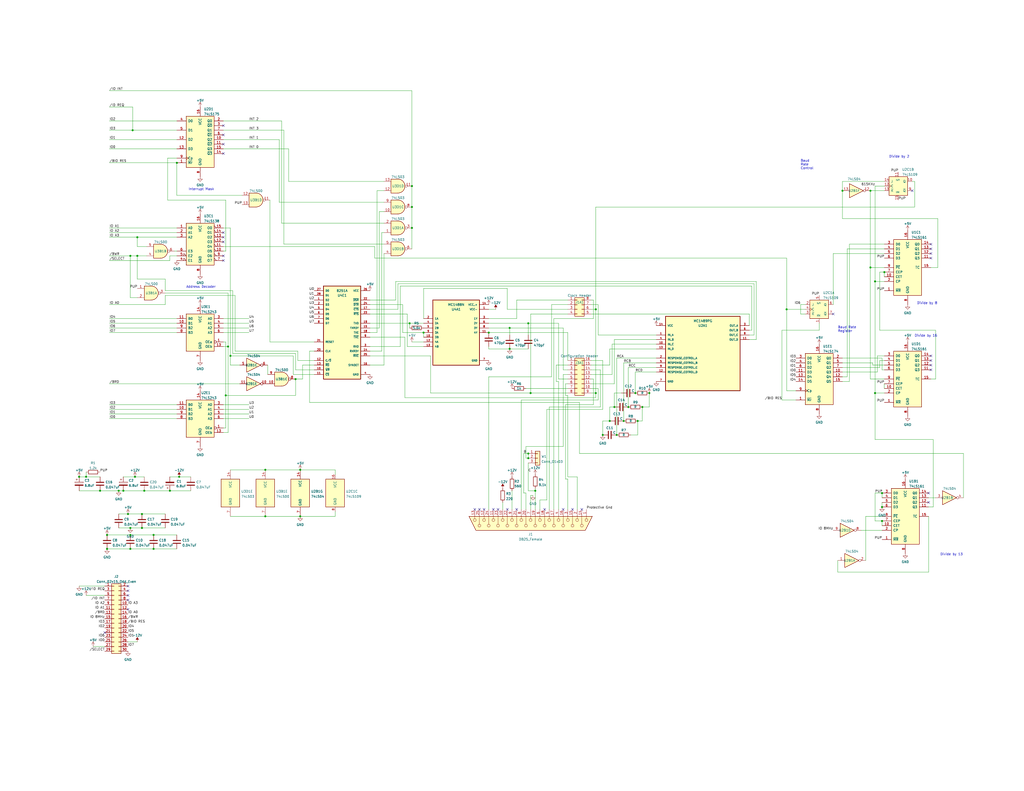
<source format=kicad_sch>
(kicad_sch (version 20211123) (generator eeschema)
  (paper "C")
  (junction (at 74.93 139.7))
  (junction (at 144.78 256.54))
  (junction (at 477.52 214.63))
  (junction (at 481.33 276.86))
  (junction (at 54.61 267.97))
  (junction (at 429.26 168.91))
  (junction (at 77.47 280.67))
  (junction (at 354.33 214.63))
  (junction (at 71.12 288.29))
  (junction (at 71.12 299.72))
  (junction (at 482.6 148.59))
  (junction (at 83.82 292.1))
  (junction (at 346.71 214.63))
  (junction (at 163.83 256.54))
  (junction (at 58.42 292.1))
  (junction (at 474.98 146.05))
  (junction (at 332.74 229.87))
  (junction (at 123.19 215.9))
  (junction (at 481.33 269.24))
  (junction (at 224.79 124.46))
  (junction (at 459.74 104.14))
  (junction (at 92.71 267.97))
  (junction (at 350.52 222.25))
  (junction (at 67.31 267.97))
  (junction (at 231.14 181.61))
  (junction (at 340.36 229.87))
  (junction (at 58.42 299.72))
  (junction (at 77.47 288.29))
  (junction (at 96.52 88.9))
  (junction (at 161.29 207.01))
  (junction (at 125.73 194.31))
  (junction (at 224.79 101.6))
  (junction (at 43.18 260.35))
  (junction (at 474.98 104.14))
  (junction (at 288.29 247.65))
  (junction (at 144.78 281.94))
  (junction (at 481.33 284.48))
  (junction (at 163.83 281.94))
  (junction (at 325.12 168.91))
  (junction (at 224.79 113.03))
  (junction (at 74.93 129.54))
  (junction (at 72.39 71.12))
  (junction (at 64.77 267.97))
  (junction (at 278.13 190.5))
  (junction (at 289.56 214.63))
  (junction (at 477.52 153.67))
  (junction (at 325.12 214.63))
  (junction (at 288.29 176.53))
  (junction (at 73.66 260.35))
  (junction (at 71.12 292.1))
  (junction (at 347.98 229.87))
  (junction (at 336.55 237.49))
  (junction (at 97.79 260.35))
  (junction (at 292.1 267.97))
  (junction (at 328.93 237.49))
  (junction (at 288.29 250.19))
  (junction (at 71.12 139.7))
  (junction (at 223.52 176.53))
  (junction (at 83.82 299.72))
  (junction (at 335.28 222.25))
  (junction (at 124.46 189.23))
  (junction (at 266.7 181.61))
  (junction (at 69.85 280.67))
  (junction (at 342.9 222.25))
  (junction (at 78.74 267.97))
  (junction (at 278.13 179.07))
  (junction (at 46.99 260.35))
  (no_connect (at 121.92 83.82))
  (no_connect (at 508 194.31))
  (no_connect (at 508 199.39))
  (no_connect (at 508 196.85))
  (no_connect (at 508 201.93))
  (no_connect (at 454.66 171.45))
  (no_connect (at 508 140.97))
  (no_connect (at 508 133.35))
  (no_connect (at 508 135.89))
  (no_connect (at 508 138.43))
  (no_connect (at 497.84 104.14))
  (no_connect (at 506.73 274.32))
  (no_connect (at 506.73 269.24))
  (no_connect (at 121.92 78.74))
  (no_connect (at 121.92 132.08))
  (no_connect (at 121.92 129.54))
  (no_connect (at 121.92 127))
  (no_connect (at 121.92 142.24))
  (no_connect (at 121.92 139.7))
  (no_connect (at 121.92 73.66))
  (no_connect (at 121.92 68.58))
  (no_connect (at 69.85 320.04))
  (no_connect (at 69.85 322.58))
  (no_connect (at 69.85 325.12))
  (no_connect (at 69.85 327.66))
  (no_connect (at 69.85 332.74))
  (no_connect (at 57.15 345.44))
  (no_connect (at 297.18 278.13))
  (no_connect (at 276.86 278.13))
  (no_connect (at 312.42 278.13))
  (no_connect (at 307.34 278.13))
  (no_connect (at 317.5 278.13))
  (no_connect (at 259.08 278.13))
  (no_connect (at 264.16 278.13))
  (no_connect (at 269.24 278.13))
  (no_connect (at 261.62 278.13))
  (no_connect (at 271.78 278.13))
  (no_connect (at 281.94 278.13))
  (wire (pts (xy 285.75 247.65) (xy 285.75 269.24)))
  (wire (pts (xy 153.67 66.04) (xy 121.92 66.04)))
  (wire (pts (xy 204.47 140.97) (xy 429.26 140.97)))
  (wire (pts (xy 222.25 189.23) (xy 231.14 189.23)))
  (wire (pts (xy 429.26 140.97) (xy 429.26 168.91)))
  (wire (pts (xy 482.6 148.59) (xy 480.06 148.59)))
  (wire (pts (xy 121.92 228.6) (xy 135.89 228.6)))
  (wire (pts (xy 328.93 196.85) (xy 328.93 223.52)))
  (wire (pts (xy 224.79 113.03) (xy 224.79 124.46)))
  (wire (pts (xy 426.72 218.44) (xy 426.72 180.34)))
  (wire (pts (xy 201.93 176.53) (xy 223.52 176.53)))
  (wire (pts (xy 59.69 179.07) (xy 96.52 179.07)))
  (wire (pts (xy 288.29 247.65) (xy 285.75 247.65)))
  (wire (pts (xy 209.55 127) (xy 208.28 127)))
  (wire (pts (xy 220.98 184.15) (xy 220.98 217.17)))
  (wire (pts (xy 288.29 176.53) (xy 304.8 176.53)))
  (wire (pts (xy 342.9 222.25) (xy 342.9 200.66)))
  (wire (pts (xy 278.13 179.07) (xy 278.13 182.88)))
  (wire (pts (xy 152.4 76.2) (xy 121.92 76.2)))
  (wire (pts (xy 162.56 191.77) (xy 128.27 191.77)))
  (wire (pts (xy 97.79 260.35) (xy 104.14 260.35)))
  (wire (pts (xy 292.1 267.97) (xy 292.1 278.13)))
  (wire (pts (xy 307.34 243.84) (xy 307.34 204.47)))
  (wire (pts (xy 59.69 139.7) (xy 71.12 139.7)))
  (wire (pts (xy 162.56 196.85) (xy 162.56 191.77)))
  (wire (pts (xy 73.66 260.35) (xy 78.74 260.35)))
  (wire (pts (xy 201.93 171.45) (xy 222.25 171.45)))
  (wire (pts (xy 304.8 207.01) (xy 309.88 207.01)))
  (wire (pts (xy 43.18 267.97) (xy 54.61 267.97)))
  (wire (pts (xy 74.93 129.54) (xy 74.93 134.62)))
  (wire (pts (xy 477.52 153.67) (xy 482.6 153.67)))
  (wire (pts (xy 274.32 274.32) (xy 274.32 278.13)))
  (wire (pts (xy 124.46 236.22) (xy 121.92 236.22)))
  (wire (pts (xy 124.46 189.23) (xy 124.46 236.22)))
  (wire (pts (xy 59.69 176.53) (xy 96.52 176.53)))
  (wire (pts (xy 59.69 226.06) (xy 96.52 226.06)))
  (wire (pts (xy 323.85 220.98) (xy 323.85 207.01)))
  (wire (pts (xy 325.12 214.63) (xy 325.12 168.91)))
  (wire (pts (xy 209.55 138.43) (xy 209.55 199.39)))
  (wire (pts (xy 478.79 194.31) (xy 482.6 194.31)))
  (wire (pts (xy 289.56 270.51) (xy 289.56 278.13)))
  (wire (pts (xy 67.31 267.97) (xy 78.74 267.97)))
  (wire (pts (xy 209.55 115.57) (xy 207.01 115.57)))
  (wire (pts (xy 335.28 214.63) (xy 335.28 222.25)))
  (wire (pts (xy 332.74 199.39) (xy 322.58 199.39)))
  (wire (pts (xy 160.02 194.31) (xy 125.73 194.31)))
  (wire (pts (xy 121.92 71.12) (xy 154.94 71.12)))
  (wire (pts (xy 339.09 214.63) (xy 335.28 214.63)))
  (wire (pts (xy 308.61 215.9) (xy 309.88 215.9)))
  (wire (pts (xy 92.71 139.7) (xy 92.71 142.24)))
  (wire (pts (xy 347.98 237.49) (xy 347.98 229.87)))
  (wire (pts (xy 499.11 113.03) (xy 499.11 99.06)))
  (wire (pts (xy 121.92 186.69) (xy 123.19 186.69)))
  (wire (pts (xy 304.8 208.28) (xy 304.8 278.13)))
  (wire (pts (xy 340.36 229.87) (xy 340.36 198.12)))
  (wire (pts (xy 358.14 190.5) (xy 332.74 190.5)))
  (wire (pts (xy 124.46 160.02) (xy 90.17 160.02)))
  (wire (pts (xy 171.45 196.85) (xy 162.56 196.85)))
  (wire (pts (xy 323.85 173.99) (xy 302.26 173.99)))
  (wire (pts (xy 127 158.75) (xy 90.17 158.75)))
  (wire (pts (xy 335.28 209.55) (xy 335.28 185.42)))
  (wire (pts (xy 457.2 312.42) (xy 457.2 306.07)))
  (wire (pts (xy 478.79 194.31) (xy 478.79 203.2)))
  (wire (pts (xy 163.83 256.54) (xy 182.88 256.54)))
  (wire (pts (xy 231.14 157.48) (xy 231.14 173.99)))
  (wire (pts (xy 67.31 260.35) (xy 73.66 260.35)))
  (wire (pts (xy 462.28 135.89) (xy 462.28 205.74)))
  (wire (pts (xy 125.73 281.94) (xy 144.78 281.94)))
  (wire (pts (xy 340.36 198.12) (xy 358.14 198.12)))
  (wire (pts (xy 182.88 256.54) (xy 182.88 259.08)))
  (wire (pts (xy 459.74 203.2) (xy 478.79 203.2)))
  (wire (pts (xy 347.98 229.87) (xy 350.52 229.87)))
  (wire (pts (xy 346.71 203.2) (xy 346.71 214.63)))
  (wire (pts (xy 327.66 222.25) (xy 299.72 222.25)))
  (wire (pts (xy 125.73 256.54) (xy 144.78 256.54)))
  (wire (pts (xy 288.29 267.97) (xy 288.29 252.73)))
  (wire (pts (xy 481.33 269.24) (xy 481.33 271.78)))
  (wire (pts (xy 412.75 185.42) (xy 408.94 185.42)))
  (wire (pts (xy 323.85 163.83) (xy 323.85 173.99)))
  (wire (pts (xy 307.34 204.47) (xy 309.88 204.47)))
  (wire (pts (xy 224.79 101.6) (xy 224.79 49.53)))
  (wire (pts (xy 429.26 213.36) (xy 429.26 168.91)))
  (wire (pts (xy 157.48 81.28) (xy 157.48 99.06)))
  (wire (pts (xy 96.52 88.9) (xy 59.69 88.9)))
  (wire (pts (xy 408.94 177.8) (xy 408.94 171.45)))
  (wire (pts (xy 208.28 191.77) (xy 201.93 191.77)))
  (wire (pts (xy 350.52 222.25) (xy 350.52 229.87)))
  (wire (pts (xy 64.77 267.97) (xy 67.31 267.97)))
  (wire (pts (xy 124.46 189.23) (xy 124.46 160.02)))
  (wire (pts (xy 326.39 166.37) (xy 322.58 166.37)))
  (wire (pts (xy 182.88 281.94) (xy 182.88 279.4)))
  (wire (pts (xy 506.73 281.94) (xy 506.73 312.42)))
  (wire (pts (xy 307.34 179.07) (xy 307.34 201.93)))
  (wire (pts (xy 481.33 274.32) (xy 481.33 276.86)))
  (wire (pts (xy 80.01 139.7) (xy 74.93 139.7)))
  (wire (pts (xy 309.88 215.9) (xy 309.88 260.35)))
  (wire (pts (xy 96.52 139.7) (xy 92.71 139.7)))
  (wire (pts (xy 209.55 104.14) (xy 205.74 104.14)))
  (wire (pts (xy 215.9 163.83) (xy 215.9 153.67)))
  (wire (pts (xy 59.69 209.55) (xy 130.81 209.55)))
  (wire (pts (xy 322.58 214.63) (xy 325.12 214.63)))
  (wire (pts (xy 234.95 214.63) (xy 289.56 214.63)))
  (wire (pts (xy 459.74 200.66) (xy 480.06 200.66)))
  (wire (pts (xy 54.61 267.97) (xy 64.77 267.97)))
  (wire (pts (xy 266.7 168.91) (xy 270.51 168.91)))
  (wire (pts (xy 92.71 260.35) (xy 97.79 260.35)))
  (wire (pts (xy 309.88 168.91) (xy 276.86 168.91)))
  (wire (pts (xy 276.86 168.91) (xy 276.86 157.48)))
  (wire (pts (xy 309.88 214.63) (xy 289.56 214.63)))
  (wire (pts (xy 204.47 134.62) (xy 204.47 140.97)))
  (wire (pts (xy 127 193.04) (xy 127 158.75)))
  (wire (pts (xy 223.52 176.53) (xy 223.52 179.07)))
  (wire (pts (xy 96.52 129.54) (xy 74.93 129.54)))
  (wire (pts (xy 152.4 110.49) (xy 152.4 76.2)))
  (wire (pts (xy 287.02 243.84) (xy 307.34 243.84)))
  (wire (pts (xy 459.74 208.28) (xy 463.55 208.28)))
  (wire (pts (xy 308.61 220.98) (xy 323.85 220.98)))
  (wire (pts (xy 217.17 168.91) (xy 201.93 168.91)))
  (wire (pts (xy 287.02 269.24) (xy 287.02 278.13)))
  (wire (pts (xy 477.52 284.48) (xy 481.33 284.48)))
  (wire (pts (xy 266.7 278.13) (xy 266.7 205.74)))
  (wire (pts (xy 308.61 209.55) (xy 308.61 215.9)))
  (wire (pts (xy 95.25 137.16) (xy 96.52 137.16)))
  (wire (pts (xy 336.55 237.49) (xy 336.55 195.58)))
  (wire (pts (xy 266.7 179.07) (xy 278.13 179.07)))
  (wire (pts (xy 71.12 292.1) (xy 83.82 292.1)))
  (wire (pts (xy 96.52 86.36) (xy 91.44 86.36)))
  (wire (pts (xy 434.34 218.44) (xy 426.72 218.44)))
  (wire (pts (xy 153.67 121.92) (xy 153.67 66.04)))
  (wire (pts (xy 125.73 194.31) (xy 125.73 199.39)))
  (wire (pts (xy 463.55 133.35) (xy 482.6 133.35)))
  (wire (pts (xy 219.71 181.61) (xy 219.71 166.37)))
  (wire (pts (xy 123.19 109.22) (xy 123.19 137.16)))
  (wire (pts (xy 218.44 189.23) (xy 201.93 189.23)))
  (wire (pts (xy 209.55 199.39) (xy 201.93 199.39)))
  (wire (pts (xy 231.14 181.61) (xy 231.14 184.15)))
  (wire (pts (xy 224.79 101.6) (xy 224.79 113.03)))
  (wire (pts (xy 328.93 229.87) (xy 328.93 237.49)))
  (wire (pts (xy 266.7 176.53) (xy 288.29 176.53)))
  (wire (pts (xy 474.98 104.14) (xy 474.98 146.05)))
  (wire (pts (xy 154.94 71.12) (xy 154.94 133.35)))
  (wire (pts (xy 46.99 325.12) (xy 57.15 325.12)))
  (wire (pts (xy 316.23 219.71) (xy 316.23 247.65)))
  (wire (pts (xy 482.6 135.89) (xy 462.28 135.89)))
  (wire (pts (xy 276.86 157.48) (xy 231.14 157.48)))
  (wire (pts (xy 474.98 146.05) (xy 482.6 146.05)))
  (wire (pts (xy 161.29 193.04) (xy 127 193.04)))
  (wire (pts (xy 59.69 124.46) (xy 96.52 124.46)))
  (wire (pts (xy 123.19 215.9) (xy 123.19 233.68)))
  (wire (pts (xy 506.73 312.42) (xy 457.2 312.42)))
  (wire (pts (xy 482.6 209.55) (xy 482.6 212.09)))
  (wire (pts (xy 436.88 171.45) (xy 436.88 166.37)))
  (wire (pts (xy 477.52 101.6) (xy 482.6 101.6)))
  (wire (pts (xy 410.21 156.21) (xy 218.44 156.21)))
  (wire (pts (xy 304.8 208.28) (xy 303.53 208.28)))
  (wire (pts (xy 323.85 163.83) (xy 322.58 163.83)))
  (wire (pts (xy 326.39 212.09) (xy 326.39 218.44)))
  (wire (pts (xy 459.74 119.38) (xy 459.74 104.14)))
  (wire (pts (xy 309.88 278.13) (xy 309.88 261.62)))
  (wire (pts (xy 59.69 166.37) (xy 90.17 166.37)))
  (wire (pts (xy 322.58 209.55) (xy 335.28 209.55)))
  (wire (pts (xy 123.19 186.69) (xy 123.19 215.9)))
  (wire (pts (xy 509.27 240.03) (xy 509.27 276.86)))
  (wire (pts (xy 426.72 180.34) (xy 447.04 180.34)))
  (wire (pts (xy 121.92 189.23) (xy 124.46 189.23)))
  (wire (pts (xy 77.47 288.29) (xy 90.17 288.29)))
  (wire (pts (xy 294.64 273.05) (xy 294.64 278.13)))
  (wire (pts (xy 511.81 146.05) (xy 511.81 119.38)))
  (wire (pts (xy 59.69 129.54) (xy 74.93 129.54)))
  (wire (pts (xy 83.82 299.72) (xy 96.52 299.72)))
  (wire (pts (xy 201.93 166.37) (xy 219.71 166.37)))
  (wire (pts (xy 481.33 201.93) (xy 482.6 201.93)))
  (wire (pts (xy 231.14 176.53) (xy 223.52 176.53)))
  (wire (pts (xy 308.61 261.62) (xy 308.61 220.98)))
  (wire (pts (xy 316.23 247.65) (xy 525.78 247.65)))
  (wire (pts (xy 325.12 217.17) (xy 325.12 214.63)))
  (wire (pts (xy 481.33 284.48) (xy 481.33 287.02)))
  (wire (pts (xy 482.6 196.85) (xy 480.06 196.85)))
  (wire (pts (xy 219.71 181.61) (xy 231.14 181.61)))
  (wire (pts (xy 59.69 173.99) (xy 96.52 173.99)))
  (wire (pts (xy 59.69 58.42) (xy 72.39 58.42)))
  (wire (pts (xy 43.18 320.04) (xy 57.15 320.04)))
  (wire (pts (xy 472.44 281.94) (xy 472.44 306.07)))
  (wire (pts (xy 71.12 139.7) (xy 71.12 162.56)))
  (wire (pts (xy 481.33 195.58) (xy 481.33 201.93)))
  (wire (pts (xy 358.14 203.2) (xy 346.71 203.2)))
  (wire (pts (xy 121.92 173.99) (xy 135.89 173.99)))
  (wire (pts (xy 146.05 199.39) (xy 146.05 204.47)))
  (wire (pts (xy 285.75 269.24) (xy 287.02 269.24)))
  (wire (pts (xy 78.74 267.97) (xy 92.71 267.97)))
  (wire (pts (xy 287.02 250.19) (xy 287.02 243.84)))
  (wire (pts (xy 434.34 213.36) (xy 429.26 213.36)))
  (wire (pts (xy 59.69 127) (xy 96.52 127)))
  (wire (pts (xy 350.52 222.25) (xy 354.33 222.25)))
  (wire (pts (xy 144.78 281.94) (xy 163.83 281.94)))
  (wire (pts (xy 459.74 195.58) (xy 481.33 195.58)))
  (wire (pts (xy 429.26 168.91) (xy 439.42 168.91)))
  (wire (pts (xy 354.33 222.25) (xy 354.33 214.63)))
  (wire (pts (xy 508 146.05) (xy 511.81 146.05)))
  (wire (pts (xy 71.12 162.56) (xy 74.93 162.56)))
  (wire (pts (xy 224.79 124.46) (xy 224.79 135.89)))
  (wire (pts (xy 447.04 180.34) (xy 447.04 176.53)))
  (wire (pts (xy 322.58 212.09) (xy 326.39 212.09)))
  (wire (pts (xy 499.11 99.06) (xy 497.84 99.06)))
  (wire (pts (xy 525.78 271.78) (xy 525.78 247.65)))
  (wire (pts (xy 59.69 66.04) (xy 96.52 66.04)))
  (wire (pts (xy 482.6 199.39) (xy 476.25 199.39)))
  (wire (pts (xy 266.7 190.5) (xy 266.7 189.23)))
  (wire (pts (xy 299.72 222.25) (xy 299.72 278.13)))
  (wire (pts (xy 74.93 134.62) (xy 80.01 134.62)))
  (wire (pts (xy 289.56 214.63) (xy 289.56 171.45)))
  (wire (pts (xy 168.91 219.71) (xy 316.23 219.71)))
  (wire (pts (xy 482.6 138.43) (xy 454.66 138.43)))
  (wire (pts (xy 474.98 207.01) (xy 474.98 146.05)))
  (wire (pts (xy 279.4 267.97) (xy 279.4 278.13)))
  (wire (pts (xy 510.54 207.01) (xy 508 207.01)))
  (wire (pts (xy 234.95 194.31) (xy 234.95 214.63)))
  (wire (pts (xy 287.02 212.09) (xy 309.88 212.09)))
  (wire (pts (xy 168.91 191.77) (xy 168.91 219.71)))
  (wire (pts (xy 459.74 104.14) (xy 459.74 99.06)))
  (wire (pts (xy 480.06 148.59) (xy 480.06 180.34)))
  (wire (pts (xy 408.94 182.88) (xy 411.48 182.88)))
  (wire (pts (xy 477.52 269.24) (xy 477.52 284.48)))
  (wire (pts (xy 165.1 199.39) (xy 165.1 207.01)))
  (wire (pts (xy 469.9 289.56) (xy 481.33 289.56)))
  (wire (pts (xy 59.69 81.28) (xy 96.52 81.28)))
  (wire (pts (xy 64.77 280.67) (xy 69.85 280.67)))
  (wire (pts (xy 58.42 299.72) (xy 71.12 299.72)))
  (wire (pts (xy 121.92 179.07) (xy 135.89 179.07)))
  (wire (pts (xy 477.52 214.63) (xy 477.52 240.03)))
  (wire (pts (xy 298.45 273.05) (xy 294.64 273.05)))
  (wire (pts (xy 480.06 180.34) (xy 510.54 180.34)))
  (wire (pts (xy 91.44 109.22) (xy 123.19 109.22)))
  (wire (pts (xy 334.01 204.47) (xy 322.58 204.47)))
  (wire (pts (xy 71.12 299.72) (xy 83.82 299.72)))
  (wire (pts (xy 509.27 276.86) (xy 506.73 276.86)))
  (wire (pts (xy 332.74 190.5) (xy 332.74 199.39)))
  (wire (pts (xy 309.88 261.62) (xy 308.61 261.62)))
  (wire (pts (xy 408.94 171.45) (xy 322.58 171.45)))
  (wire (pts (xy 163.83 281.94) (xy 182.88 281.94)))
  (wire (pts (xy 125.73 124.46) (xy 125.73 194.31)))
  (wire (pts (xy 481.33 281.94) (xy 472.44 281.94)))
  (wire (pts (xy 482.6 214.63) (xy 477.52 214.63)))
  (wire (pts (xy 481.33 269.24) (xy 477.52 269.24)))
  (wire (pts (xy 59.69 228.6) (xy 96.52 228.6)))
  (wire (pts (xy 90.17 152.4) (xy 74.93 152.4)))
  (wire (pts (xy 309.88 209.55) (xy 308.61 209.55)))
  (wire (pts (xy 300.99 205.74) (xy 300.99 166.37)))
  (wire (pts (xy 125.73 199.39) (xy 130.81 199.39)))
  (wire (pts (xy 322.58 201.93) (xy 327.66 201.93)))
  (wire (pts (xy 454.66 138.43) (xy 454.66 166.37)))
  (wire (pts (xy 121.92 134.62) (xy 204.47 134.62)))
  (wire (pts (xy 121.92 81.28) (xy 157.48 81.28)))
  (wire (pts (xy 58.42 292.1) (xy 71.12 292.1)))
  (wire (pts (xy 123.19 137.16) (xy 121.92 137.16)))
  (wire (pts (xy 209.55 110.49) (xy 152.4 110.49)))
  (wire (pts (xy 59.69 223.52) (xy 96.52 223.52)))
  (wire (pts (xy 160.02 204.47) (xy 160.02 194.31)))
  (wire (pts (xy 154.94 133.35) (xy 209.55 133.35)))
  (wire (pts (xy 298.45 223.52) (xy 298.45 273.05)))
  (wire (pts (xy 69.85 350.52) (xy 74.93 350.52)))
  (wire (pts (xy 303.53 208.28) (xy 303.53 199.39)))
  (wire (pts (xy 220.98 217.17) (xy 325.12 217.17)))
  (wire (pts (xy 314.96 260.35) (xy 314.96 278.13)))
  (wire (pts (xy 328.93 223.52) (xy 298.45 223.52)))
  (wire (pts (xy 342.9 200.66) (xy 358.14 200.66)))
  (wire (pts (xy 77.47 280.67) (xy 90.17 280.67)))
  (wire (pts (xy 304.8 176.53) (xy 304.8 207.01)))
  (wire (pts (xy 325.12 168.91) (xy 325.12 113.03)))
  (wire (pts (xy 59.69 220.98) (xy 96.52 220.98)))
  (wire (pts (xy 300.99 166.37) (xy 309.88 166.37)))
  (wire (pts (xy 59.69 71.12) (xy 72.39 71.12)))
  (wire (pts (xy 325.12 113.03) (xy 499.11 113.03)))
  (wire (pts (xy 322.58 196.85) (xy 328.93 196.85)))
  (wire (pts (xy 171.45 204.47) (xy 160.02 204.47)))
  (wire (pts (xy 477.52 214.63) (xy 477.52 153.67)))
  (wire (pts (xy 121.92 223.52) (xy 135.89 223.52)))
  (wire (pts (xy 83.82 292.1) (xy 96.52 292.1)))
  (wire (pts (xy 327.66 201.93) (xy 327.66 222.25)))
  (wire (pts (xy 288.29 250.19) (xy 287.02 250.19)))
  (wire (pts (xy 90.17 158.75) (xy 90.17 152.4)))
  (wire (pts (xy 303.53 199.39) (xy 309.88 199.39)))
  (wire (pts (xy 326.39 182.88) (xy 326.39 166.37)))
  (wire (pts (xy 123.19 233.68) (xy 121.92 233.68)))
  (wire (pts (xy 462.28 205.74) (xy 459.74 205.74)))
  (wire (pts (xy 411.48 154.94) (xy 217.17 154.94)))
  (wire (pts (xy 215.9 153.67) (xy 412.75 153.67)))
  (wire (pts (xy 171.45 186.69) (xy 147.32 186.69)))
  (wire (pts (xy 358.14 182.88) (xy 326.39 182.88)))
  (wire (pts (xy 335.28 222.25) (xy 332.74 222.25)))
  (wire (pts (xy 128.27 161.29) (xy 90.17 161.29)))
  (wire (pts (xy 292.1 267.97) (xy 288.29 267.97)))
  (wire (pts (xy 323.85 207.01) (xy 322.58 207.01)))
  (wire (pts (xy 209.55 121.92) (xy 153.67 121.92)))
  (wire (pts (xy 278.13 179.07) (xy 307.34 179.07)))
  (wire (pts (xy 284.48 218.44) (xy 284.48 278.13)))
  (wire (pts (xy 278.13 190.5) (xy 266.7 190.5)))
  (wire (pts (xy 307.34 201.93) (xy 309.88 201.93)))
  (wire (pts (xy 477.52 240.03) (xy 509.27 240.03)))
  (wire (pts (xy 132.08 106.68) (xy 96.52 106.68)))
  (wire (pts (xy 224.79 186.69) (xy 231.14 186.69)))
  (wire (pts (xy 46.99 260.35) (xy 54.61 260.35)))
  (wire (pts (xy 482.6 148.59) (xy 482.6 151.13)))
  (wire (pts (xy 224.79 49.53) (xy 59.69 49.53)))
  (wire (pts (xy 412.75 153.67) (xy 412.75 185.42)))
  (wire (pts (xy 309.88 181.61) (xy 309.88 196.85)))
  (wire (pts (xy 335.28 185.42) (xy 358.14 185.42)))
  (wire (pts (xy 217.17 154.94) (xy 217.17 168.91)))
  (wire (pts (xy 171.45 199.39) (xy 165.1 199.39)))
  (wire (pts (xy 302.26 278.13) (xy 302.26 173.99)))
  (wire (pts (xy 144.78 256.54) (xy 163.83 256.54)))
  (wire (pts (xy 50.8 353.06) (xy 57.15 353.06)))
  (wire (pts (xy 59.69 142.24) (xy 92.71 142.24)))
  (wire (pts (xy 463.55 208.28) (xy 463.55 133.35)))
  (wire (pts (xy 128.27 191.77) (xy 128.27 161.29)))
  (wire (pts (xy 74.93 152.4) (xy 74.93 139.7)))
  (wire (pts (xy 205.74 104.14) (xy 205.74 181.61)))
  (wire (pts (xy 208.28 127) (xy 208.28 191.77)))
  (wire (pts (xy 205.74 181.61) (xy 201.93 181.61)))
  (wire (pts (xy 408.94 180.34) (xy 410.21 180.34)))
  (wire (pts (xy 121.92 176.53) (xy 135.89 176.53)))
  (wire (pts (xy 332.74 229.87) (xy 328.93 229.87)))
  (wire (pts (xy 161.29 215.9) (xy 123.19 215.9)))
  (wire (pts (xy 46.99 257.81) (xy 46.99 260.35)))
  (wire (pts (xy 96.52 106.68) (xy 96.52 88.9)))
  (wire (pts (xy 309.88 260.35) (xy 314.96 260.35)))
  (wire (pts (xy 436.88 166.37) (xy 439.42 166.37)))
  (wire (pts (xy 171.45 191.77) (xy 168.91 191.77)))
  (wire (pts (xy 207.01 179.07) (xy 201.93 179.07)))
  (wire (pts (xy 476.25 199.39) (xy 476.25 198.12)))
  (wire (pts (xy 289.56 171.45) (xy 309.88 171.45)))
  (wire (pts (xy 69.85 280.67) (xy 77.47 280.67)))
  (wire (pts (xy 480.06 196.85) (xy 480.06 200.66)))
  (wire (pts (xy 477.52 153.67) (xy 477.52 101.6)))
  (wire (pts (xy 336.55 195.58) (xy 358.14 195.58)))
  (wire (pts (xy 43.18 260.35) (xy 46.99 260.35)))
  (wire (pts (xy 147.32 186.69) (xy 147.32 109.22)))
  (wire (pts (xy 121.92 181.61) (xy 135.89 181.61)))
  (wire (pts (xy 266.7 173.99) (xy 281.94 173.99)))
  (wire (pts (xy 161.29 201.93) (xy 161.29 193.04)))
  (wire (pts (xy 292.1 266.7) (xy 292.1 267.97)))
  (wire (pts (xy 439.42 171.45) (xy 436.88 171.45)))
  (wire (pts (xy 334.01 187.96) (xy 334.01 204.47)))
  (wire (pts (xy 344.17 237.49) (xy 347.98 237.49)))
  (wire (pts (xy 201.93 184.15) (xy 220.98 184.15)))
  (wire (pts (xy 165.1 207.01) (xy 161.29 207.01)))
  (wire (pts (xy 121.92 220.98) (xy 135.89 220.98)))
  (wire (pts (xy 207.01 115.57) (xy 207.01 179.07)))
  (wire (pts (xy 358.14 187.96) (xy 334.01 187.96)))
  (wire (pts (xy 91.44 86.36) (xy 91.44 109.22)))
  (wire (pts (xy 459.74 198.12) (xy 476.25 198.12)))
  (wire (pts (xy 222.25 171.45) (xy 222.25 189.23)))
  (wire (pts (xy 121.92 124.46) (xy 125.73 124.46)))
  (wire (pts (xy 410.21 180.34) (xy 410.21 156.21)))
  (wire (pts (xy 459.74 99.06) (xy 482.6 99.06)))
  (wire (pts (xy 506.73 271.78) (xy 510.54 271.78)))
  (wire (pts (xy 171.45 201.93) (xy 161.29 201.93)))
  (wire (pts (xy 325.12 168.91) (xy 322.58 168.91)))
  (wire (pts (xy 290.83 270.51) (xy 289.56 270.51)))
  (wire (pts (xy 281.94 173.99) (xy 281.94 163.83)))
  (wire (pts (xy 411.48 182.88) (xy 411.48 154.94)))
  (wire (pts (xy 74.93 139.7) (xy 71.12 139.7)))
  (wire (pts (xy 92.71 267.97) (xy 104.14 267.97)))
  (wire (pts (xy 332.74 222.25) (xy 332.74 229.87)))
  (wire (pts (xy 510.54 180.34) (xy 510.54 207.01)))
  (wire (pts (xy 281.94 163.83) (xy 309.88 163.83)))
  (wire (pts (xy 278.13 190.5) (xy 288.29 190.5)))
  (wire (pts (xy 72.39 58.42) (xy 72.39 71.12)))
  (wire (pts (xy 90.17 161.29) (xy 90.17 166.37)))
  (wire (pts (xy 288.29 247.65) (xy 288.29 250.19)))
  (wire (pts (xy 121.92 226.06) (xy 135.89 226.06)))
  (wire (pts (xy 209.55 99.06) (xy 157.48 99.06)))
  (wire (pts (xy 326.39 218.44) (xy 284.48 218.44)))
  (wire (pts (xy 201.93 194.31) (xy 234.95 194.31)))
  (wire (pts (xy 511.81 119.38) (xy 459.74 119.38)))
  (wire (pts (xy 72.39 71.12) (xy 96.52 71.12)))
  (wire (pts (xy 161.29 207.01) (xy 161.29 215.9)))
  (wire (pts (xy 201.93 163.83) (xy 215.9 163.83)))
  (wire (pts (xy 59.69 76.2) (xy 96.52 76.2)))
  (wire (pts (xy 482.6 207.01) (xy 474.98 207.01)))
  (wire (pts (xy 266.7 205.74) (xy 300.99 205.74)))
  (wire (pts (xy 71.12 288.29) (xy 77.47 288.29)))
  (wire (pts (xy 59.69 181.61) (xy 96.52 181.61)))
  (wire (pts (xy 474.98 104.14) (xy 482.6 104.14)))
  (wire (pts (xy 266.7 181.61) (xy 309.88 181.61)))
  (wire (pts (xy 218.44 156.21) (xy 218.44 189.23)))
  (wire (pts (xy 288.29 176.53) (xy 288.29 182.88)))
  (wire (pts (xy 64.77 288.29) (xy 71.12 288.29)))
  (text "Divide by 16" (at 499.11 184.15 0) (effects (font (size 1.27 1.27)) (justify left bottom)))
  (text "Interrupt Mask" (at 102.87 104.14 0) (effects (font (size 1.27 1.27)) (justify left bottom)))
  (text "Divide by 13" (at 513.08 303.53 0) (effects (font (size 1.27 1.27)) (justify left bottom)))
  (text "Address Decoder" (at 101.6 157.48 0) (effects (font (size 1.27 1.27)) (justify left bottom)))
  (text "Baud\nRate\nControl" (at 436.88 92.71 0) (effects (font (size 1.27 1.27)) (justify left bottom)))
  (text "Baud Rate\nRegister" (at 457.2 181.61 0) (effects (font (size 1.27 1.27)) (justify left bottom)))
  (text "Divide by 8" (at 500.38 166.37 0) (effects (font (size 1.27 1.27)) (justify left bottom)))
  (text "Divide by 2" (at 485.14 86.36 0) (effects (font (size 1.27 1.27)) (justify left bottom)))
  (label "{slash}ID REQ" (at 59.69 58.42 0))
  (label "IO1" (at 69.85 347.98 0))
  (label "IO2" (at 59.69 223.52 0))
  (label "IO6" (at 57.15 347.98 180))
  (label "{slash}BWR" (at 69.85 337.82 0))
  (label "C" (at 288.29 257.81 0))
  (label "{slash}IO INT" (at 57.15 327.66 180))
  (label "IO7" (at 69.85 353.06 0))
  (label "PUP" (at 482.6 140.97 180))
  (label "{slash}BIO RES" (at 59.69 88.9 0))
  (label "IO0" (at 57.15 350.52 180))
  (label "RCB" (at 340.36 198.12 0))
  (label "U5" (at 135.89 176.53 0))
  (label "U6" (at 171.45 173.99 180))
  (label "RCA" (at 336.55 195.58 0))
  (label "U1" (at 135.89 226.06 0))
  (label "RCC" (at 342.9 200.66 0))
  (label "U3" (at 135.89 220.98 0))
  (label "IO A0" (at 59.69 166.37 0))
  (label "INT 3" (at 135.89 71.12 0))
  (label "IO7" (at 59.69 181.61 0))
  (label "{slash}SELECT" (at 57.15 355.6 180))
  (label "IO3" (at 57.15 340.36 180))
  (label "PUP" (at 54.61 257.81 0))
  (label "Protective Gnd" (at 320.04 278.13 0))
  (label "RCD" (at 346.71 203.2 0))
  (label "U2" (at 171.45 163.83 180))
  (label "IO A0" (at 69.85 335.28 0))
  (label "IO0" (at 434.34 203.2 180))
  (label "IO6" (at 436.88 166.37 180))
  (label "IO0" (at 59.69 228.6 0))
  (label "IO A2" (at 57.15 330.2 180))
  (label "IO5" (at 434.34 205.74 180))
  (label "U3" (at 171.45 166.37 180))
  (label "{slash}SELECT" (at 59.69 142.24 0))
  (label "INT 2" (at 135.89 66.04 0))
  (label "PUP" (at 482.6 209.55 180))
  (label "IO0" (at 59.69 81.28 0))
  (label "IO1" (at 59.69 226.06 0))
  (label "U6" (at 135.89 179.07 0))
  (label "U0" (at 135.89 228.6 0))
  (label "U4" (at 135.89 173.99 0))
  (label "PUP" (at 481.33 294.64 180))
  (label "U4" (at 171.45 168.91 180))
  (label "IO6" (at 59.69 179.07 0))
  (label "INT 1" (at 135.89 76.2 0))
  (label "IO A3" (at 69.85 330.2 0))
  (label "{slash}BWR" (at 59.69 139.7 0))
  (label "U1" (at 171.45 161.29 180))
  (label "U7" (at 171.45 176.53 180))
  (label "IO A1" (at 59.69 124.46 0))
  (label "PUP" (at 74.93 157.48 180))
  (label "615KHz" (at 477.52 101.6 180))
  (label "IO 8MHz" (at 454.66 289.56 180))
  (label "IO 8MHz" (at 57.15 337.82 180))
  (label "IO A1" (at 57.15 332.74 180))
  (label "IO4" (at 434.34 208.28 180))
  (label "B" (at 285.75 247.65 0))
  (label "U0" (at 171.45 158.75 180))
  (label "IO5" (at 59.69 176.53 0))
  (label "PUP" (at 482.6 219.71 180))
  (label "IO A2" (at 59.69 127 0))
  (label "PUP" (at 477.52 269.24 0))
  (label "IO2" (at 434.34 198.12 180))
  (label "U5" (at 171.45 171.45 180))
  (label "IO4" (at 59.69 173.99 0))
  (label "{slash}BRD" (at 59.69 209.55 0))
  (label "PUP" (at 490.22 109.22 0))
  (label "IO1" (at 434.34 200.66 180))
  (label "{slash}ID REQ" (at 57.15 322.58 180))
  (label "PUP" (at 132.08 111.76 180))
  (label "PUP" (at 447.04 161.29 180))
  (label "U2" (at 135.89 223.52 0))
  (label "{slash}BRD" (at 57.15 335.28 180))
  (label "PUP" (at 482.6 158.75 180))
  (label "IO3" (at 59.69 71.12 0))
  (label "IO4" (at 69.85 342.9 0))
  (label "IO5" (at 69.85 345.44 0))
  (label "IO1" (at 59.69 76.2 0))
  (label "{slash}IO INT" (at 59.69 49.53 0))
  (label "PUP" (at 490.22 93.98 180))
  (label "{slash}BIO RES" (at 69.85 340.36 0))
  (label "{slash}BIO RES" (at 426.72 218.44 180))
  (label "IO3" (at 59.69 220.98 0))
  (label "U7" (at 135.89 181.61 0))
  (label "IO A3" (at 59.69 129.54 0))
  (label "IO2" (at 59.69 66.04 0))
  (label "IO2" (at 57.15 342.9 180))
  (label "INT 0" (at 135.89 81.28 0))
  (label "IO3" (at 434.34 195.58 180))
  (symbol (lib_id "74xx:74LS161") (at 494.03 281.94 0) (unit 1)
    (property "Reference" "U1B1" (at 496.0494 262.7335 0) (effects (justify left)))
    (property "Value" "74LS161" (at 496.0494 265.5086 0) (effects (justify left)))
    (property "Footprint" "Package_DIP:DIP-16_W7.62mm" (effects hide))
    (property "Datasheet" "http://www.ti.com/lit/gpn/sn74LS161" (effects hide))
  )
  (symbol (lib_id "Device:R") (at 350.52 214.63 90) (unit 1)
    (property "Reference" "R10" (at 350.52 212.09 90))
    (property "Value" "R" (at 350.52 214.63 90))
    (property "Footprint" "Resistor_THT:R_Axial_DIN0207_L6.3mm_D2.5mm_P15.24mm_Horizontal" (effects hide))
  )
  (symbol (lib_id "Device:C") (at 64.77 284.48 0) (unit 1)
    (property "Reference" "C9" (at 67.691 283.5715 0) (effects (justify left)))
    (property "Value" "0.047uF" (at 67.691 286.3466 0) (effects (justify left)))
    (property "Footprint" "Capacitor_THT:C_Disc_D7.5mm_W2.5mm_P5.00mm" (effects hide))
  )
  (symbol (lib_id "74xx:74LS00") (at 153.67 207.01 0) (unit 3)
    (property "Reference" "U3B1" (at 153.67 207.01 0))
    (property "Value" "74LS00" (at 153.67 202.0086 0))
    (property "Footprint" "Package_DIP:DIP-14_W7.62mm" (effects hide))
    (property "Datasheet" "http://www.ti.com/lit/gpn/sn74ls00" (effects hide))
  )
  (symbol (lib_id "74xx:74LS04") (at 138.43 199.39 0) (unit 3)
    (property "Reference" "U2B1" (at 137.16 199.39 0))
    (property "Value" "74LS04" (at 138.43 194.3886 0))
    (property "Footprint" "Package_DIP:DIP-14_W7.62mm" (effects hide))
    (property "Datasheet" "http://www.ti.com/lit/gpn/sn74LS04" (effects hide))
  )
  (symbol (lib_id "power:+5V") (at 109.22 213.36 0) (unit 1)
    (property "Reference" "#PWR0115" (effects hide))
    (property "Value" "+5V" (at 109.22 209.7555 0))
  )
  (symbol (lib_id "Device:C") (at 58.42 295.91 0) (unit 1)
    (property "Reference" "C8" (at 61.341 295.0015 0) (effects (justify left)))
    (property "Value" "0.047uF" (at 61.341 297.7766 0) (effects (justify left)))
    (property "Footprint" "Capacitor_THT:C_Disc_D7.5mm_W2.5mm_P5.00mm" (effects hide))
  )
  (symbol (lib_id "Device:C_Polarized") (at 92.71 264.16 0) (mirror x) (unit 1)
    (property "Reference" "C1" (at 99.06 262.89 0) (effects (justify right)))
    (property "Value" "6.8uF" (at 101.6 265.43 0) (effects (justify right)))
    (property "Footprint" "Capacitor_THT:CP_Radial_D5.0mm_P2.50mm" (effects hide))
  )
  (symbol (lib_id "power:+12V") (at 46.99 325.12 0) (unit 1)
    (property "Reference" "#PWR0141" (effects hide))
    (property "Value" "+12V" (at 46.99 321.5155 0))
  )
  (symbol (lib_id "74xx:74LS04") (at 462.28 289.56 0) (unit 4)
    (property "Reference" "U2B1" (at 461.01 289.56 0))
    (property "Value" "74LS04" (at 462.28 284.5586 0))
    (property "Footprint" "Package_DIP:DIP-14_W7.62mm" (effects hide))
    (property "Datasheet" "http://www.ti.com/lit/gpn/sn74LS04" (effects hide))
  )
  (symbol (lib_id "Device:C") (at 339.09 222.25 90) (unit 1)
    (property "Reference" "C14" (at 339.09 218.44 90))
    (property "Value" "C" (at 341.63 220.98 90))
    (property "Footprint" "Capacitor_THT:C_Disc_D7.5mm_W2.5mm_P5.00mm" (effects hide))
  )
  (symbol (lib_id "Device:C") (at 78.74 264.16 0) (unit 1)
    (property "Reference" "C20" (at 81.661 263.2515 0) (effects (justify left)))
    (property "Value" "0.047uF" (at 81.661 266.0266 0) (effects (justify left)))
    (property "Footprint" "Capacitor_THT:C_Disc_D7.5mm_W2.5mm_P5.00mm" (effects hide))
  )
  (symbol (lib_id "74xx:74LS174") (at 447.04 205.74 0) (unit 1)
    (property "Reference" "U1E1" (at 449.0594 189.0735 0) (effects (justify left)))
    (property "Value" "74LS174" (at 449.0594 191.8486 0) (effects (justify left)))
    (property "Footprint" "Package_DIP:DIP-16_W7.62mm" (effects hide))
    (property "Datasheet" "http://www.ti.com/lit/gpn/sn74LS174" (effects hide))
  )
  (symbol (lib_id "Device:R") (at 344.17 229.87 90) (unit 1)
    (property "Reference" "R8" (at 344.17 227.33 90))
    (property "Value" "R" (at 344.17 229.87 90))
    (property "Footprint" "Resistor_THT:R_Axial_DIN0207_L6.3mm_D2.5mm_P15.24mm_Horizontal" (effects hide))
  )
  (symbol (lib_id "74xx:74LS138") (at 109.22 132.08 0) (unit 1)
    (property "Reference" "U3C1" (at 111.2394 117.9535 0) (effects (justify left)))
    (property "Value" "74LS138" (at 111.2394 120.7286 0) (effects (justify left)))
    (property "Footprint" "Package_DIP:DIP-16_W7.62mm" (effects hide))
    (property "Datasheet" "http://www.ti.com/lit/gpn/sn74LS138" (effects hide))
  )
  (symbol (lib_id "74xx:74LS03") (at 217.17 124.46 0) (mirror x) (unit 1)
    (property "Reference" "U3D1" (at 217.17 124.46 0))
    (property "Value" "74LS03" (at 217.17 119.4586 0))
    (property "Footprint" "Package_DIP:DIP-14_W7.62mm" (effects hide))
    (property "Datasheet" "http://www.ti.com/lit/gpn/sn74LS03" (effects hide))
  )
  (symbol (lib_id "power:GND") (at 495.3 166.37 0) (unit 1)
    (property "Reference" "#PWR0126" (effects hide))
    (property "Value" "GND" (at 495.3 170.9325 0))
  )
  (symbol (lib_id "Device:C") (at 83.82 295.91 0) (unit 1)
    (property "Reference" "C18" (at 86.741 295.0015 0) (effects (justify left)))
    (property "Value" "0.047uF" (at 86.741 297.7766 0) (effects (justify left)))
    (property "Footprint" "Capacitor_THT:C_Disc_D7.5mm_W2.5mm_P5.00mm" (effects hide))
  )
  (symbol (lib_id "74xx:74LS03") (at 217.17 113.03 0) (unit 3)
    (property "Reference" "U3D1" (at 217.17 113.03 0))
    (property "Value" "74LS03" (at 217.17 108.0286 0))
    (property "Footprint" "Package_DIP:DIP-14_W7.62mm" (effects hide))
    (property "Datasheet" "http://www.ti.com/lit/gpn/sn74LS03" (effects hide))
  )
  (symbol (lib_id "74xx:74LS109") (at 447.04 168.91 0) (unit 1)
    (property "Reference" "U2C1" (at 449.0594 159.8635 0) (effects (justify left)))
    (property "Value" "74LS109" (at 449.0594 162.6386 0) (effects (justify left)))
    (property "Footprint" "Package_DIP:DIP-16_W7.62mm" (effects hide))
    (property "Datasheet" "http://www.ti.com/lit/gpn/sn74LS109" (effects hide))
  )
  (symbol (lib_id "power:+5V") (at 109.22 166.37 0) (unit 1)
    (property "Reference" "#PWR0113" (effects hide))
    (property "Value" "+5V" (at 109.22 162.7655 0))
  )
  (symbol (lib_id "Device:C") (at 90.17 284.48 0) (unit 1)
    (property "Reference" "C19" (at 93.091 283.5715 0) (effects (justify left)))
    (property "Value" "0.047uF" (at 93.091 286.3466 0) (effects (justify left)))
    (property "Footprint" "Capacitor_THT:C_Disc_D7.5mm_W2.5mm_P5.00mm" (effects hide))
  )
  (symbol (lib_id "power:-12V") (at 74.93 350.52 0) (unit 1)
    (property "Reference" "#PWR0139" (effects hide))
    (property "Value" "-12V" (at 74.93 346.9155 0))
  )
  (symbol (lib_id "power:GND") (at 494.03 302.26 0) (unit 1)
    (property "Reference" "#PWR0119" (effects hide))
    (property "Value" "GND" (at 494.03 306.8225 0))
  )
  (symbol (lib_id "Evan's misc parts:MC1488N") (at 248.92 181.61 0) (unit 1)
    (property "Reference" "U4A1" (at 248.92 168.91 0))
    (property "Value" "MC1488N" (at 248.92 166.37 0))
    (property "Footprint" "Package_DIP:DIP-14_W7.62mm" (effects hide))
  )
  (symbol (lib_id "power:GND") (at 328.93 237.49 0) (unit 1)
    (property "Reference" "#PWR0128" (effects hide))
    (property "Value" "GND" (at 328.93 242.0525 0))
  )
  (symbol (lib_id "Device:R") (at 292.1 262.89 0) (unit 1)
    (property "Reference" "R4" (at 293.878 261.9815 0) (effects (justify left)))
    (property "Value" "9.1k" (at 293.878 264.7566 0) (effects (justify left)))
    (property "Footprint" "Resistor_THT:R_Axial_DIN0207_L6.3mm_D2.5mm_P15.24mm_Horizontal" (effects hide))
  )
  (symbol (lib_id "power:-12V") (at 270.51 168.91 0) (unit 1)
    (property "Reference" "#PWR0145" (effects hide))
    (property "Value" "-12V" (at 270.51 165.3055 0))
  )
  (symbol (lib_id "power:+12V") (at 279.4 212.09 0) (unit 1)
    (property "Reference" "#PWR0148" (effects hide))
    (property "Value" "+12V" (at 279.4 208.4855 0))
  )
  (symbol (lib_id "power:GND") (at 495.3 227.33 0) (unit 1)
    (property "Reference" "#PWR0118" (effects hide))
    (property "Value" "GND" (at 495.3 231.8925 0))
  )
  (symbol (lib_id "74xx:74LS00") (at 87.63 137.16 0) (mirror x) (unit 2)
    (property "Reference" "U3B1" (at 87.63 137.16 0))
    (property "Value" "74LS00" (at 87.63 132.1586 0))
    (property "Footprint" "Package_DIP:DIP-14_W7.62mm" (effects hide))
    (property "Datasheet" "http://www.ti.com/lit/gpn/sn74ls00" (effects hide))
  )
  (symbol (lib_id "power:GND") (at 109.22 96.52 0) (unit 1)
    (property "Reference" "#PWR0108" (effects hide))
    (property "Value" "GND" (at 109.22 101.0825 0))
  )
  (symbol (lib_id "Device:R") (at 283.21 212.09 90) (unit 1)
    (property "Reference" "R6" (at 283.21 209.55 90))
    (property "Value" "1k" (at 283.21 212.09 90))
    (property "Footprint" "Resistor_THT:R_Axial_DIN0207_L6.3mm_D2.5mm_P15.24mm_Horizontal" (effects hide))
  )
  (symbol (lib_id "Evan's misc parts:MC1489PG") (at 383.54 190.5 0) (unit 1)
    (property "Reference" "U2A1" (at 383.54 177.8 0))
    (property "Value" "MC1489PG" (at 383.54 175.26 0))
    (property "Footprint" "Package_DIP:DIP-14_W7.62mm" (effects hide))
    (property "OC_NEWARK" "98H0661" (effects hide))
    (property "SUPPLIER" "On Semiconductor" (effects hide))
    (property "MPN" "MC1489PG" (effects hide))
    (property "OC_FARNELL" "1211144" (effects hide))
    (property "PACKAGE" "PDIP-14" (effects hide))
  )
  (symbol (lib_id "power:+5V") (at 495.3 186.69 0) (unit 1)
    (property "Reference" "#PWR0125" (effects hide))
    (property "Value" "+5V" (at 495.3 183.0855 0))
  )
  (symbol (lib_id "power:GND") (at 163.83 281.94 0) (unit 1)
    (property "Reference" "#PWR0144" (effects hide))
    (property "Value" "GND" (at 163.83 286.5025 0))
  )
  (symbol (lib_id "Device:R") (at 340.36 237.49 90) (unit 1)
    (property "Reference" "R7" (at 340.36 234.95 90))
    (property "Value" "R" (at 340.36 237.49 90))
    (property "Footprint" "Resistor_THT:R_Axial_DIN0207_L6.3mm_D2.5mm_P15.24mm_Horizontal" (effects hide))
  )
  (symbol (lib_id "74xx:74LS03") (at 125.73 269.24 0) (unit 5)
    (property "Reference" "U3D1" (at 131.572 268.3315 0) (effects (justify left)))
    (property "Value" "74LS03" (at 131.572 271.1066 0) (effects (justify left)))
    (property "Footprint" "Package_DIP:DIP-14_W7.62mm" (effects hide))
    (property "Datasheet" "http://www.ti.com/lit/gpn/sn74LS03" (effects hide))
  )
  (symbol (lib_id "power:-12V") (at 97.79 260.35 0) (unit 1)
    (property "Reference" "#PWR0103" (effects hide))
    (property "Value" "-12V" (at 97.79 256.7455 0))
  )
  (symbol (lib_id "Device:R") (at 227.33 179.07 90) (unit 1)
    (property "Reference" "R5" (at 227.33 176.53 90))
    (property "Value" "5.6k" (at 227.33 179.07 90))
    (property "Footprint" "Resistor_THT:R_Axial_DIN0207_L6.3mm_D2.5mm_P15.24mm_Horizontal" (effects hide))
  )
  (symbol (lib_id "Device:C") (at 336.55 229.87 90) (unit 1)
    (property "Reference" "C13" (at 336.55 226.06 90))
    (property "Value" "C" (at 339.09 228.6 90))
    (property "Footprint" "Capacitor_THT:C_Disc_D7.5mm_W2.5mm_P5.00mm" (effects hide))
  )
  (symbol (lib_id "power:GND") (at 201.93 204.47 0) (unit 1)
    (property "Reference" "#PWR0105" (effects hide))
    (property "Value" "GND" (at 201.93 209.0325 0))
  )
  (symbol (lib_id "power:+5V") (at 109.22 116.84 0) (unit 1)
    (property "Reference" "#PWR0110" (effects hide))
    (property "Value" "+5V" (at 109.22 113.2355 0))
  )
  (symbol (lib_id "power:+5V") (at 358.14 177.8 0) (unit 1)
    (property "Reference" "#PWR0120" (effects hide))
    (property "Value" "+5V" (at 358.14 174.1955 0))
  )
  (symbol (lib_id "74xx:74LS04") (at 138.43 209.55 0) (unit 5)
    (property "Reference" "U2B1" (at 137.16 209.55 0))
    (property "Value" "74LS04" (at 138.43 204.5486 0))
    (property "Footprint" "Package_DIP:DIP-14_W7.62mm" (effects hide))
    (property "Datasheet" "http://www.ti.com/lit/gpn/sn74LS04" (effects hide))
  )
  (symbol (lib_id "Device:C") (at 332.74 237.49 90) (unit 1)
    (property "Reference" "C11" (at 332.74 233.68 90))
    (property "Value" "C" (at 335.28 236.22 90))
    (property "Footprint" "Capacitor_THT:C_Disc_D7.5mm_W2.5mm_P5.00mm" (effects hide))
  )
  (symbol (lib_id "Connector:DB25_Female") (at 289.56 285.75 270) (unit 1)
    (property "Reference" "J1" (at 289.56 291.7095 90))
    (property "Value" "DB25_Female" (at 289.56 294.4846 90))
    (property "Footprint" "Evan's misc parts:northstar db25" (effects hide))
    (property "Datasheet" " ~" (effects hide))
  )
  (symbol (lib_id "74xx:74LS04") (at 518.16 271.78 0) (unit 2)
    (property "Reference" "U2B1" (at 516.89 271.78 0))
    (property "Value" "74LS04" (at 518.16 266.7786 0))
    (property "Footprint" "Package_DIP:DIP-14_W7.62mm" (effects hide))
    (property "Datasheet" "http://www.ti.com/lit/gpn/sn74LS04" (effects hide))
  )
  (symbol (lib_id "power:GND") (at 447.04 226.06 0) (unit 1)
    (property "Reference" "#PWR0127" (effects hide))
    (property "Value" "GND" (at 447.04 230.6225 0))
  )
  (symbol (lib_id "power:GND") (at 481.33 276.86 0) (unit 1)
    (property "Reference" "#PWR0116" (effects hide))
    (property "Value" "GND" (at 481.33 281.4225 0))
  )
  (symbol (lib_id "power:GND") (at 69.85 355.6 0) (unit 1)
    (property "Reference" "#PWR0140" (effects hide))
    (property "Value" "GND" (at 69.85 360.1625 0))
  )
  (symbol (lib_id "power:+5V") (at 43.18 260.35 0) (unit 1)
    (property "Reference" "#PWR0129" (effects hide))
    (property "Value" "+5V" (at 43.18 256.7455 0))
  )
  (symbol (lib_id "power:+5V") (at 50.8 353.06 0) (unit 1)
    (property "Reference" "#PWR0143" (effects hide))
    (property "Value" "+5V" (at 50.8 349.4555 0))
  )
  (symbol (lib_id "power:GND") (at 58.42 299.72 0) (unit 1)
    (property "Reference" "#PWR0138" (effects hide))
    (property "Value" "GND" (at 58.42 304.2825 0))
  )
  (symbol (lib_id "74xx:74LS03") (at 217.17 135.89 0) (mirror x) (unit 2)
    (property "Reference" "U3D1" (at 217.17 135.89 0))
    (property "Value" "74LS03" (at 217.17 130.8886 0))
    (property "Footprint" "Package_DIP:DIP-14_W7.62mm" (effects hide))
    (property "Datasheet" "http://www.ti.com/lit/gpn/sn74LS03" (effects hide))
  )
  (symbol (lib_id "power:GND") (at 109.22 149.86 0) (unit 1)
    (property "Reference" "#PWR0111" (effects hide))
    (property "Value" "GND" (at 109.22 154.4225 0))
  )
  (symbol (lib_id "Device:C") (at 77.47 284.48 0) (unit 1)
    (property "Reference" "C17" (at 80.391 283.5715 0) (effects (justify left)))
    (property "Value" "0.047uF" (at 80.391 286.3466 0) (effects (justify left)))
    (property "Footprint" "Capacitor_THT:C_Disc_D7.5mm_W2.5mm_P5.00mm" (effects hide))
  )
  (symbol (lib_id "Device:C") (at 288.29 186.69 0) (unit 1)
    (property "Reference" "C4" (at 291.211 185.7815 0) (effects (justify left)))
    (property "Value" "470pF" (at 291.211 188.5566 0) (effects (justify left)))
    (property "Footprint" "Capacitor_THT:C_Disc_D7.5mm_W2.5mm_P5.00mm" (effects hide))
  )
  (symbol (lib_id "74xx:74LS00") (at 82.55 160.02 0) (unit 1)
    (property "Reference" "U3B1" (at 82.55 160.02 0))
    (property "Value" "74LS00" (at 82.55 155.0186 0))
    (property "Footprint" "Package_DIP:DIP-14_W7.62mm" (effects hide))
    (property "Datasheet" "http://www.ti.com/lit/gpn/sn74ls00" (effects hide))
  )
  (symbol (lib_id "power:GND") (at 71.12 288.29 0) (unit 1)
    (property "Reference" "#PWR0137" (effects hide))
    (property "Value" "GND" (at 71.12 292.8525 0))
  )
  (symbol (lib_id "power:+12V") (at 266.7 166.37 0) (unit 1)
    (property "Reference" "#PWR0146" (effects hide))
    (property "Value" "+12V" (at 266.7 162.7655 0))
  )
  (symbol (lib_id "power:+5V") (at 69.85 280.67 0) (unit 1)
    (property "Reference" "#PWR0135" (effects hide))
    (property "Value" "+5V" (at 69.85 277.0655 0))
  )
  (symbol (lib_id "Connector_Generic:Conn_01x03") (at 293.37 250.19 0) (unit 1)
    (property "Reference" "W1" (at 295.402 249.2815 0) (effects (justify left)))
    (property "Value" "Conn_01x03" (at 295.402 252.0566 0) (effects (justify left)))
    (property "Footprint" "Connector_PinHeader_2.54mm:PinHeader_1x03_P2.54mm_Vertical" (effects hide))
  )
  (symbol (lib_id "Device:C_Polarized") (at 67.31 264.16 0) (unit 1)
    (property "Reference" "C2" (at 70.231 262.3625 0) (effects (justify left)))
    (property "Value" "6.8uF" (at 70.231 265.1376 0) (effects (justify left)))
    (property "Footprint" "Capacitor_THT:CP_Radial_D5.0mm_P2.50mm" (effects hide))
  )
  (symbol (lib_id "Device:C") (at 266.7 185.42 0) (unit 1)
    (property "Reference" "C6" (at 269.621 184.5115 0) (effects (justify left)))
    (property "Value" "470pF" (at 269.621 187.2866 0) (effects (justify left)))
    (property "Footprint" "Capacitor_THT:C_Disc_D7.5mm_W2.5mm_P5.00mm" (effects hide))
  )
  (symbol (lib_id "power:GND") (at 358.14 208.28 0) (unit 1)
    (property "Reference" "#PWR0122" (effects hide))
    (property "Value" "GND" (at 358.14 212.8425 0))
  )
  (symbol (lib_id "74xx:74LS04") (at 163.83 269.24 0) (unit 7)
    (property "Reference" "U2B1" (at 169.672 268.3315 0) (effects (justify left)))
    (property "Value" "74LS04" (at 169.672 271.1066 0) (effects (justify left)))
    (property "Footprint" "Package_DIP:DIP-14_W7.62mm" (effects hide))
    (property "Datasheet" "http://www.ti.com/lit/gpn/sn74LS04" (effects hide))
  )
  (symbol (lib_id "power:+5V") (at 58.42 292.1 0) (unit 1)
    (property "Reference" "#PWR0136" (effects hide))
    (property "Value" "+5V" (at 58.42 288.4955 0))
  )
  (symbol (lib_id "Device:C") (at 54.61 264.16 0) (unit 1)
    (property "Reference" "C16" (at 57.531 263.2515 0) (effects (justify left)))
    (property "Value" "0.047uF" (at 57.531 266.0266 0) (effects (justify left)))
    (property "Footprint" "Capacitor_THT:C_Disc_D7.5mm_W2.5mm_P5.00mm" (effects hide))
  )
  (symbol (lib_id "74xx:74LS00") (at 139.7 109.22 0) (unit 4)
    (property "Reference" "U3B1" (at 139.7 109.22 0))
    (property "Value" "74LS00" (at 139.7 104.2186 0))
    (property "Footprint" "Package_DIP:DIP-14_W7.62mm" (effects hide))
    (property "Datasheet" "http://www.ti.com/lit/gpn/sn74ls00" (effects hide))
  )
  (symbol (lib_id "Connector_Generic:Conn_02x08_Counter_Clockwise") (at 314.96 204.47 0) (unit 1)
    (property "Reference" "J3A1" (at 316.23 198.12 0))
    (property "Value" "Configuration Header" (at 316.23 194.3886 0))
    (property "Footprint" "Package_DIP:DIP-16_W7.62mm" (effects hide))
  )
  (symbol (lib_id "Device:R") (at 279.4 264.16 0) (unit 1)
    (property "Reference" "R2" (at 280.67 262.89 0) (effects (justify left)))
    (property "Value" "560" (at 280.67 265.43 0) (effects (justify left)))
    (property "Footprint" "Resistor_THT:R_Axial_DIN0207_L6.3mm_D2.5mm_P15.24mm_Horizontal" (effects hide))
  )
  (symbol (lib_id "power:GND") (at 266.7 196.85 0) (unit 1)
    (property "Reference" "#PWR0149" (effects hide))
    (property "Value" "GND" (at 266.7 201.4125 0))
  )
  (symbol (lib_id "Device:R") (at 346.71 222.25 90) (unit 1)
    (property "Reference" "R9" (at 346.71 219.71 90))
    (property "Value" "R" (at 346.71 222.25 90))
    (property "Footprint" "Resistor_THT:R_Axial_DIN0207_L6.3mm_D2.5mm_P15.24mm_Horizontal" (effects hide))
  )
  (symbol (lib_id "power:+5V") (at 224.79 186.69 0) (unit 1)
    (property "Reference" "#PWR0106" (effects hide))
    (property "Value" "+5V" (at 224.79 183.0855 0))
  )
  (symbol (lib_id "Device:C") (at 71.12 295.91 0) (unit 1)
    (property "Reference" "C10" (at 74.041 295.0015 0) (effects (justify left)))
    (property "Value" "0.047uF" (at 74.041 297.7766 0) (effects (justify left)))
    (property "Footprint" "Capacitor_THT:C_Disc_D7.5mm_W2.5mm_P5.00mm" (effects hide))
  )
  (symbol (lib_id "74xx:74LS04") (at 464.82 306.07 0) (unit 1)
    (property "Reference" "U2B1" (at 463.55 306.07 0))
    (property "Value" "74LS04" (at 464.82 301.0686 0))
    (property "Footprint" "Package_DIP:DIP-14_W7.62mm" (effects hide))
    (property "Datasheet" "http://www.ti.com/lit/gpn/sn74LS04" (effects hide))
  )
  (symbol (lib_id "Connector_Generic:Conn_02x04_Counter_Clockwise") (at 314.96 166.37 0) (unit 1)
    (property "Reference" "J1A1" (at 316.23 165.1 0))
    (property "Value" "Clock Header" (at 316.23 161.3686 0))
    (property "Footprint" "Package_DIP:DIP-8_W7.62mm" (effects hide))
  )
  (symbol (lib_id "Device:C_Polarized") (at 43.18 264.16 0) (unit 1)
    (property "Reference" "C3" (at 46.101 262.3625 0) (effects (justify left)))
    (property "Value" "6.8uF" (at 46.101 265.1376 0) (effects (justify left)))
    (property "Footprint" "Capacitor_THT:CP_Radial_D5.0mm_P2.50mm" (effects hide))
  )
  (symbol (lib_id "power:+5V") (at 495.3 125.73 0) (unit 1)
    (property "Reference" "#PWR0124" (effects hide))
    (property "Value" "+5V" (at 495.3 122.1255 0))
  )
  (symbol (lib_id "74xx:74LS161") (at 495.3 146.05 0) (unit 1)
    (property "Reference" "U1C1" (at 497.3194 126.8435 0) (effects (justify left)))
    (property "Value" "74LS161" (at 497.3194 129.6186 0) (effects (justify left)))
    (property "Footprint" "Package_DIP:DIP-16_W7.62mm" (effects hide))
    (property "Datasheet" "http://www.ti.com/lit/gpn/sn74LS161" (effects hide))
  )
  (symbol (lib_id "power:GND") (at 109.22 243.84 0) (unit 1)
    (property "Reference" "#PWR0102" (effects hide))
    (property "Value" "GND" (at 109.22 248.4025 0))
  )
  (symbol (lib_id "power:GND") (at 109.22 196.85 0) (unit 1)
    (property "Reference" "#PWR0114" (effects hide))
    (property "Value" "GND" (at 109.22 201.4125 0))
  )
  (symbol (lib_id "Device:C") (at 278.13 186.69 0) (unit 1)
    (property "Reference" "C5" (at 281.051 185.7815 0) (effects (justify left)))
    (property "Value" "470pF" (at 281.051 188.5566 0) (effects (justify left)))
    (property "Footprint" "Capacitor_THT:C_Disc_D7.5mm_W2.5mm_P5.00mm" (effects hide))
  )
  (symbol (lib_id "power:GND") (at 43.18 320.04 0) (unit 1)
    (property "Reference" "#PWR0142" (effects hide))
    (property "Value" "GND" (at 43.18 324.6025 0))
  )
  (symbol (lib_id "power:+5V") (at 109.22 58.42 0) (unit 1)
    (property "Reference" "#PWR0109" (effects hide))
    (property "Value" "+5V" (at 109.22 54.8155 0))
  )
  (symbol (lib_id "Connector_Generic:Conn_02x15_Odd_Even") (at 62.23 337.82 0) (unit 1)
    (property "Reference" "J2" (at 63.5 314.8035 0))
    (property "Value" "Conn_02x15_Odd_Even" (at 63.5 317.5786 0))
    (property "Footprint" "Evan's misc parts:northstar edge connector" (effects hide))
  )
  (symbol (lib_id "power:+5V") (at 354.33 214.63 0) (unit 1)
    (property "Reference" "#PWR0123" (effects hide))
    (property "Value" "+5V" (at 354.33 211.0255 0))
  )
  (symbol (lib_id "74xx:74LS161") (at 495.3 207.01 0) (unit 1)
    (property "Reference" "U1D1" (at 497.3194 187.8035 0) (effects (justify left)))
    (property "Value" "74LS161" (at 497.3194 190.5786 0) (effects (justify left)))
    (property "Footprint" "Package_DIP:DIP-16_W7.62mm" (effects hide))
    (property "Datasheet" "http://www.ti.com/lit/gpn/sn74LS161" (effects hide))
  )
  (symbol (lib_id "Device:C") (at 104.14 264.16 0) (unit 1)
    (property "Reference" "C7" (at 107.061 263.2515 0) (effects (justify left)))
    (property "Value" "0.047uF" (at 107.061 266.0266 0) (effects (justify left)))
    (property "Footprint" "Capacitor_THT:C_Disc_D7.5mm_W2.5mm_P5.00mm" (effects hide))
  )
  (symbol (lib_id "74xx:74LS109") (at 490.22 101.6 0) (unit 2)
    (property "Reference" "U2C1" (at 492.2394 92.5535 0) (effects (justify left)))
    (property "Value" "74LS109" (at 492.2394 95.3286 0) (effects (justify left)))
    (property "Footprint" "Package_DIP:DIP-16_W7.62mm" (effects hide))
    (property "Datasheet" "http://www.ti.com/lit/gpn/sn74LS109" (effects hide))
  )
  (symbol (lib_id "power:+12V") (at 279.4 260.35 0) (unit 1)
    (property "Reference" "#PWR0130" (effects hide))
    (property "Value" "+12V" (at 279.4 256.7455 0))
  )
  (symbol (lib_id "power:+5V") (at 494.03 261.62 0) (unit 1)
    (property "Reference" "#PWR0117" (effects hide))
    (property "Value" "+5V" (at 494.03 258.0155 0))
  )
  (symbol (lib_id "74xx:74LS03") (at 217.17 101.6 0) (mirror x) (unit 4)
    (property "Reference" "U3D1" (at 217.17 101.6 0))
    (property "Value" "74LS03" (at 217.17 96.5986 0))
    (property "Footprint" "Package_DIP:DIP-14_W7.62mm" (effects hide))
    (property "Datasheet" "http://www.ti.com/lit/gpn/sn74LS03" (effects hide))
  )
  (symbol (lib_id "74xx:74LS04") (at 467.36 104.14 0) (unit 6)
    (property "Reference" "U2B1" (at 466.09 104.14 0))
    (property "Value" "74LS04" (at 466.09 97.79 0))
    (property "Footprint" "Package_DIP:DIP-14_W7.62mm" (effects hide))
    (property "Datasheet" "http://www.ti.com/lit/gpn/sn74LS04" (effects hide))
  )
  (symbol (lib_id "Evan's misc parts:8251A") (at 186.69 181.61 0) (unit 1)
    (property "Reference" "U4E1" (at 186.69 161.29 0))
    (property "Value" "8251A" (at 186.69 158.75 0))
    (property "Footprint" "Package_DIP:DIP-28_W15.24mm" (effects hide))
    (property "OC_NEWARK" "unknown" (effects hide))
    (property "OC_FARNELL" "unknown" (effects hide))
  )
  (symbol (lib_id "74xx:74LS109") (at 182.88 269.24 0) (unit 3)
    (property "Reference" "U2C1" (at 188.722 268.3315 0) (effects (justify left)))
    (property "Value" "74LS109" (at 188.722 271.1066 0) (effects (justify left)))
    (property "Footprint" "Package_DIP:DIP-16_W7.62mm" (effects hide))
    (property "Datasheet" "http://www.ti.com/lit/gpn/sn74LS109" (effects hide))
  )
  (symbol (lib_id "power:+5V") (at 201.93 158.75 0) (unit 1)
    (property "Reference" "#PWR0107" (effects hide))
    (property "Value" "+5V" (at 201.93 155.1455 0))
  )
  (symbol (lib_id "Device:R") (at 274.32 270.51 0) (unit 1)
    (property "Reference" "R3" (at 276.098 269.6015 0) (effects (justify left)))
    (property "Value" "220" (at 276.098 272.3766 0) (effects (justify left)))
    (property "Footprint" "Resistor_THT:R_Axial_DIN0207_L6.3mm_D2.5mm_P15.24mm_Horizontal" (effects hide))
  )
  (symbol (lib_id "74xx:74LS00") (at 144.78 269.24 0) (unit 5)
    (property "Reference" "U3B1" (at 150.622 268.3315 0) (effects (justify left)))
    (property "Value" "74LS00" (at 150.622 271.1066 0) (effects (justify left)))
    (property "Footprint" "Package_DIP:DIP-14_W7.62mm" (effects hide))
    (property "Datasheet" "http://www.ti.com/lit/gpn/sn74ls00" (effects hide))
  )
  (symbol (lib_id "power:+5V") (at 163.83 256.54 0) (unit 1)
    (property "Reference" "#PWR0101" (effects hide))
    (property "Value" "+5V" (at 163.83 252.9355 0))
  )
  (symbol (lib_id "Device:C") (at 96.52 295.91 0) (unit 1)
    (property "Reference" "C15" (at 99.441 295.0015 0) (effects (justify left)))
    (property "Value" "0.047uF" (at 99.441 297.7766 0) (effects (justify left)))
    (property "Footprint" "Capacitor_THT:C_Disc_D7.5mm_W2.5mm_P5.00mm" (effects hide))
  )
  (symbol (lib_id "Device:C") (at 342.9 214.63 90) (unit 1)
    (property "Reference" "C12" (at 342.9 210.82 90))
    (property "Value" "C" (at 345.44 213.36 90))
    (property "Footprint" "Capacitor_THT:C_Disc_D7.5mm_W2.5mm_P5.00mm" (effects hide))
  )
  (symbol (lib_id "power:GND") (at 278.13 190.5 0) (unit 1)
    (property "Reference" "#PWR0147" (effects hide))
    (property "Value" "GND" (at 278.13 195.0625 0))
  )
  (symbol (lib_id "74xx:74LS175") (at 109.22 76.2 0) (unit 1)
    (property "Reference" "U2D1" (at 111.2394 59.5335 0) (effects (justify left)))
    (property "Value" "74LS175" (at 111.2394 62.3086 0) (effects (justify left)))
    (property "Footprint" "Package_DIP:DIP-16_W7.62mm" (effects hide))
    (property "Datasheet" "http://www.ti.com/lit/gpn/sn74LS175" (effects hide))
  )
  (symbol (lib_id "power:GND") (at 64.77 267.97 0) (unit 1)
    (property "Reference" "#PWR0134" (effects hide))
    (property "Value" "GND" (at 64.77 272.5325 0))
  )
  (symbol (lib_id "power:-12V") (at 274.32 266.7 0) (unit 1)
    (property "Reference" "#PWR0131" (effects hide))
    (property "Value" "-12V" (at 274.32 263.0955 0))
  )
  (symbol (lib_id "power:GND") (at 290.83 270.51 0) (unit 1)
    (property "Reference" "#PWR0132" (effects hide))
    (property "Value" "GND" (at 290.83 275.0725 0))
  )
  (symbol (lib_id "power:+12V") (at 292.1 259.08 0) (unit 1)
    (property "Reference" "#PWR0133" (effects hide))
    (property "Value" "+12V" (at 292.1 255.4755 0))
  )
  (symbol (lib_id "power:GND") (at 96.52 142.24 0) (unit 1)
    (property "Reference" "#PWR0112" (effects hide))
    (property "Value" "GND" (at 96.52 146.8025 0))
  )
  (symbol (lib_id "power:+12V") (at 73.66 260.35 0) (unit 1)
    (property "Reference" "#PWR0104" (effects hide))
    (property "Value" "+12V" (at 73.66 256.7455 0))
  )
  (symbol (lib_id "Device:R") (at 50.8 257.81 90) (unit 1)
    (property "Reference" "R1" (at 50.8 252.8275 90))
    (property "Value" "1.2k" (at 50.8 255.6026 90))
    (property "Footprint" "Resistor_THT:R_Axial_DIN0207_L6.3mm_D2.5mm_P15.24mm_Horizontal" (effects hide))
  )
  (symbol (lib_id "power:+5V") (at 447.04 187.96 0) (unit 1)
    (property "Reference" "#PWR0121" (effects hide))
    (property "Value" "+5V" (at 447.04 184.3555 0))
  )
  (symbol (lib_id "74xx:74LS243") (at 109.22 228.6 0) (mirror y) (unit 1)
    (property "Reference" "U2E1" (at 109.7406 214.4735 0) (effects (justify right)))
    (property "Value" "74LS243" (at 109.7406 217.2486 0) (effects (justify right)))
    (property "Footprint" "Package_DIP:DIP-12_W7.62mm" (effects hide))
    (property "Datasheet" "http://www.ti.com/lit/gpn/sn74LS243" (effects hide))
  )
  (symbol (lib_id "74xx:74LS243") (at 109.22 181.61 0) (mirror y) (unit 1)
    (property "Reference" "U3E1" (at 109.7406 167.4835 0) (effects (justify right)))
    (property "Value" "74LS243" (at 109.7406 170.2586 0) (effects (justify right)))
    (property "Footprint" "Package_DIP:DIP-12_W7.62mm" (effects hide))
    (property "Datasheet" "http://www.ti.com/lit/gpn/sn74LS243" (effects hide))
  )
)
</source>
